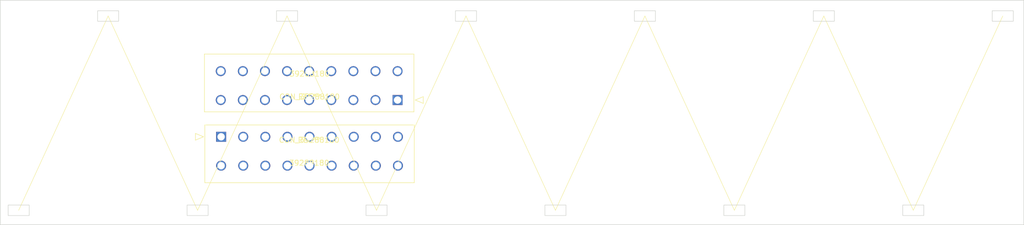
<source format=kicad_pcb>
(kicad_pcb (version 20211014) (generator pcbnew)
  (layers (0 "F.Cu" signal) (31 "B.Cu" signal) (34 "B.Paste" user) (35 "F.Paste" user) (36 "B.SilkS" user "B.Silkscreen") (37 "F.SilkS" user "F.Silkscreen") (38 "B.Mask" user) (39 "F.Mask" user) (44 "Edge.Cuts" user))
  (net 0 "")
  (footprint "FSAE_downloads:Molex minifit jr 18pin header 39288180" (layer "F.Cu") (at 109 91 180)
    (fp_text reference "REF**" (at 16.799992 -7.62) (layer "F.SilkS"))
    (fp_text value "CON_39288180" (at 16.799992 -7.62) (layer "F.SilkS"))
    (fp_text user "*" (at 0 0) (layer "F.SilkS"))
    (fp_text user "39288180" (at 16.799992 -11.989999) (layer "F.SilkS"))
    (fp_line (start -4.877969 0.635) (end -3.353969 0) (layer "F.SilkS") (width 0.12))
    (fp_line (start 36.699952 -2.250001) (end -3.099968 -2.250001) (layer "F.SilkS") (width 0.12))
    (fp_line (start 36.699952 8.75) (end 36.699952 -2.250001) (layer "F.SilkS") (width 0.12))
    (fp_line (start -3.099968 -2.250001) (end -3.099968 8.75) (layer "F.SilkS") (width 0.12))
    (fp_line (start -3.353969 0) (end -4.877969 -0.635) (layer "F.SilkS") (width 0.12))
    (fp_line (start -4.877969 -0.635) (end -4.877969 0.635) (layer "F.SilkS") (width 0.12))
    (fp_line (start -3.099968 8.75) (end 36.699952 8.75) (layer "F.SilkS") (width 0.12))
    (pad "1" thru_hole rect (at 0 0 180) (size 1.9 1.9) (drill 1.4) (layers F&B.Cu *.Mask))
    (pad "2" thru_hole circle (at 4.199999 0 180) (size 1.9 1.9) (drill 1.4) (layers F&B.Cu *.Mask))
    (pad "3" thru_hole circle (at 8.399998 0 180) (size 1.9 1.9) (drill 1.4) (layers F&B.Cu *.Mask))
    (pad "4" thru_hole circle (at 12.599998 0 180) (size 1.9 1.9) (drill 1.4) (layers F&B.Cu *.Mask))
    (pad "5" thru_hole circle (at 16.799997 0 180) (size 1.9 1.9) (drill 1.4) (layers F&B.Cu *.Mask))
    (pad "6" thru_hole circle (at 20.999996 0 180) (size 1.9 1.9) (drill 1.4) (layers F&B.Cu *.Mask))
    (pad "7" thru_hole circle (at 25.199995 0 180) (size 1.9 1.9) (drill 1.4) (layers F&B.Cu *.Mask))
    (pad "8" thru_hole circle (at 29.399995 0 180) (size 1.9 1.9) (drill 1.4) (layers F&B.Cu *.Mask))
    (pad "9" thru_hole circle (at 33.599994 0 180) (size 1.9 1.9) (drill 1.4) (layers F&B.Cu *.Mask))
    (pad "10" thru_hole circle (at 0 5.499999 180) (size 1.9 1.9) (drill 1.4) (layers F&B.Cu *.Mask))
    (pad "11" thru_hole circle (at 4.199999 5.499999 180) (size 1.9 1.9) (drill 1.4) (layers F&B.Cu *.Mask))
    (pad "12" thru_hole circle (at 8.399998 5.499999 180) (size 1.9 1.9) (drill 1.4) (layers F&B.Cu *.Mask))
    (pad "13" thru_hole circle (at 12.599998 5.499999 180) (size 1.9 1.9) (drill 1.4) (layers F&B.Cu *.Mask))
    (pad "14" thru_hole circle (at 16.799997 5.499999 180) (size 1.9 1.9) (drill 1.4) (layers F&B.Cu *.Mask))
    (pad "15" thru_hole circle (at 20.999996 5.499999 180) (size 1.9 1.9) (drill 1.4) (layers F&B.Cu *.Mask))
    (pad "16" thru_hole circle (at 25.199995 5.499999 180) (size 1.9 1.9) (drill 1.4) (layers F&B.Cu *.Mask))
    (pad "17" thru_hole circle (at 29.399995 5.499999 180) (size 1.9 1.9) (drill 1.4) (layers F&B.Cu *.Mask))
    (pad "18" thru_hole circle (at 33.599994 5.499999 180) (size 1.9 1.9) (drill 1.4) (layers F&B.Cu *.Mask))
  )
  (footprint "FSAE_downloads:Molex minifit jr 18pin header 39288180" (layer "F.Cu") (at 75.471509 98)
    (fp_text reference "REF**" (at 16.799992 -7.62) (layer "F.SilkS"))
    (fp_text value "CON_39288180" (at 16.799992 -7.62) (layer "F.SilkS"))
    (fp_text user "*" (at 0 0) (layer "F.SilkS"))
    (fp_text user "39288180" (at 16.799992 -11.989999) (layer "F.SilkS"))
    (fp_line (start 36.699952 -2.250001) (end -3.099968 -2.250001) (layer "F.SilkS") (width 0.12))
    (fp_line (start 36.699952 8.75) (end 36.699952 -2.250001) (layer "F.SilkS") (width 0.12))
    (fp_line (start -3.353969 0) (end -4.877969 -0.635) (layer "F.SilkS") (width 0.12))
    (fp_line (start -4.877969 0.635) (end -3.353969 0) (layer "F.SilkS") (width 0.12))
    (fp_line (start -3.099968 -2.250001) (end -3.099968 8.75) (layer "F.SilkS") (width 0.12))
    (fp_line (start -3.099968 8.75) (end 36.699952 8.75) (layer "F.SilkS") (width 0.12))
    (fp_line (start -4.877969 -0.635) (end -4.877969 0.635) (layer "F.SilkS") (width 0.12))
    (pad "1" thru_hole rect (at 0 0) (size 1.9 1.9) (drill 1.4) (layers *.Cu *.Mask))
    (pad "2" thru_hole circle (at 4.199999 0) (size 1.9 1.9) (drill 1.4) (layers *.Cu *.Mask))
    (pad "3" thru_hole circle (at 8.399998 0) (size 1.9 1.9) (drill 1.4) (layers *.Cu *.Mask))
    (pad "4" thru_hole circle (at 12.599998 0) (size 1.9 1.9) (drill 1.4) (layers *.Cu *.Mask))
    (pad "5" thru_hole circle (at 16.799997 0) (size 1.9 1.9) (drill 1.4) (layers *.Cu *.Mask))
    (pad "6" thru_hole circle (at 20.999996 0) (size 1.9 1.9) (drill 1.4) (layers *.Cu *.Mask))
    (pad "7" thru_hole circle (at 25.199995 0) (size 1.9 1.9) (drill 1.4) (layers *.Cu *.Mask))
    (pad "8" thru_hole circle (at 29.399995 0) (size 1.9 1.9) (drill 1.4) (layers *.Cu *.Mask))
    (pad "9" thru_hole circle (at 33.599994 0) (size 1.9 1.9) (drill 1.4) (layers *.Cu *.Mask))
    (pad "10" thru_hole circle (at 0 5.499999) (size 1.9 1.9) (drill 1.4) (layers *.Cu *.Mask))
    (pad "11" thru_hole circle (at 4.199999 5.499999) (size 1.9 1.9) (drill 1.4) (layers *.Cu *.Mask))
    (pad "12" thru_hole circle (at 8.399998 5.499999) (size 1.9 1.9) (drill 1.4) (layers *.Cu *.Mask))
    (pad "13" thru_hole circle (at 12.599998 5.499999) (size 1.9 1.9) (drill 1.4) (layers *.Cu *.Mask))
    (pad "14" thru_hole circle (at 16.799997 5.499999) (size 1.9 1.9) (drill 1.4) (layers *.Cu *.Mask))
    (pad "15" thru_hole circle (at 20.999996 5.499999) (size 1.9 1.9) (drill 1.4) (layers *.Cu *.Mask))
    (pad "16" thru_hole circle (at 25.199995 5.499999) (size 1.9 1.9) (drill 1.4) (layers *.Cu *.Mask))
    (pad "17" thru_hole circle (at 29.399995 5.499999) (size 1.9 1.9) (drill 1.4) (layers *.Cu *.Mask))
    (pad "18" thru_hole circle (at 33.599994 5.499999) (size 1.9 1.9) (drill 1.4) (layers *.Cu *.Mask))
  )
  (gr_line (start 105 112) (end 122 75) (layer "F.SilkS") (width 0.1))
  (gr_line (start 71 112) (end 88 75) (layer "F.SilkS") (width 0.1))
  (gr_line (start 190 75) (end 207 112) (layer "F.SilkS") (width 0.1))
  (gr_line (start 54 75) (end 71 112) (layer "F.SilkS") (width 0.1))
  (gr_line (start 88 75) (end 105 112) (layer "F.SilkS") (width 0.1))
  (gr_line (start 139 112) (end 156 75) (layer "F.SilkS") (width 0.1))
  (gr_line (start 156 75) (end 173 112) (layer "F.SilkS") (width 0.1))
  (gr_line (start 37 112) (end 54 75) (layer "F.SilkS") (width 0.1))
  (gr_line (start 173 112) (end 190 75) (layer "F.SilkS") (width 0.1))
  (gr_line (start 207 112) (end 224 75) (layer "F.SilkS") (width 0.1))
  (gr_line (start 122 75) (end 139 112) (layer "F.SilkS") (width 0.1))
  (gr_rect (start 69 113) (end 73 111) (layer "Edge.Cuts") (width 0.1) (fill none))
  (gr_rect (start 154 74) (end 158 76) (layer "Edge.Cuts") (width 0.1) (fill none))
  (gr_rect (start 188 74) (end 192 76) (layer "Edge.Cuts") (width 0.1) (fill none))
  (gr_rect (start 137 113) (end 141 111) (layer "Edge.Cuts") (width 0.1) (fill none))
  (gr_rect (start 171 111) (end 175 113) (layer "Edge.Cuts") (width 0.1) (fill none))
  (gr_rect (start 103 113) (end 107 111) (layer "Edge.Cuts") (width 0.1) (fill none))
  (gr_rect (start 52 74) (end 56 76) (layer "Edge.Cuts") (width 0.1) (fill none))
  (gr_rect (start 33.5 114.75) (end 228 72) (layer "Edge.Cuts") (width 0.1) (fill none))
  (gr_rect (start 120 74) (end 124 76) (layer "Edge.Cuts") (width 0.1) (fill none))
  (gr_rect (start 86 74) (end 90 76) (layer "Edge.Cuts") (width 0.1) (fill none))
  (gr_rect (start 35 113) (end 39 111) (layer "Edge.Cuts") (width 0.1) (fill none))
  (gr_rect (start 205 113) (end 209 111) (layer "Edge.Cuts") (width 0.1) (fill none))
  (gr_rect (start 222 74) (end 226 76) (layer "Edge.Cuts") (width 0.1) (fill none))
)
</source>
